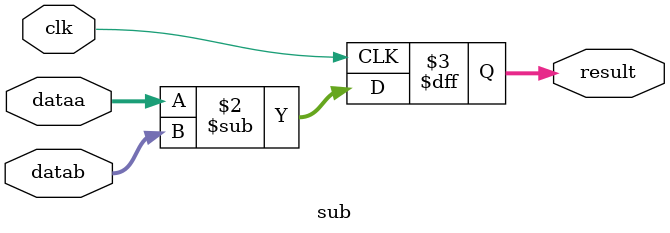
<source format=sv>
module addsub
(
	input [7:0] dataa,
	input [7:0] datab,
	input add_sub,	  // if this is 1, add; else subtract
	input clk,
	output reg [7:0] result
);
	always @ (posedge clk)
	begin
		if (add_sub) 
			result <= dataa + datab;			
		else
			result <= dataa - datab;
	end

endmodule

module sub
(
	input [7:0] dataa,
	input [7:0] datab,
	input clk,
	output reg [7:0] result
);
	always @ (posedge clk)
	begin
		result <= dataa - datab;
	end
endmodule
</source>
